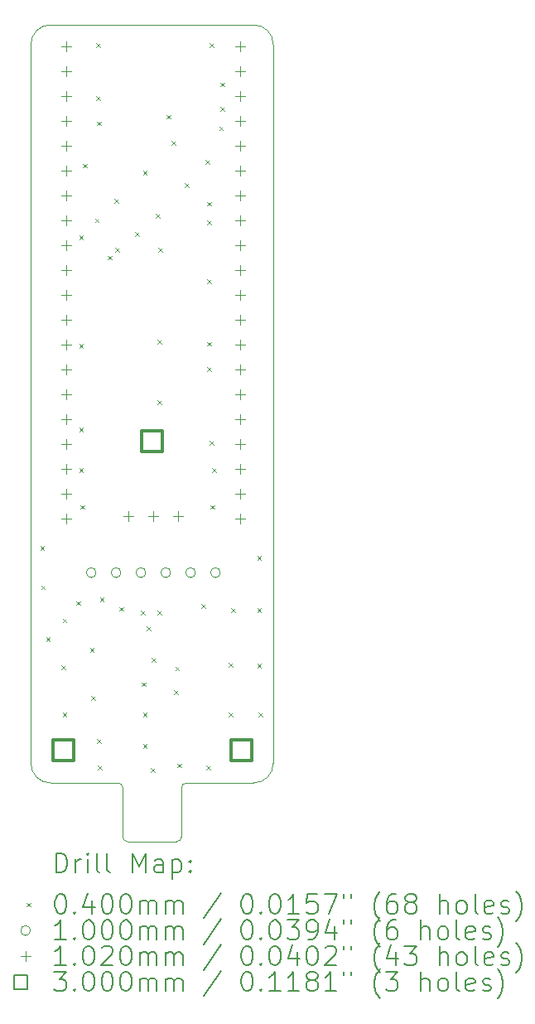
<source format=gbr>
%TF.GenerationSoftware,KiCad,Pcbnew,8.0.6-8.0.6-0~ubuntu22.04.1*%
%TF.CreationDate,2024-11-07T23:46:59-08:00*%
%TF.ProjectId,gbvideo_breakout,67627669-6465-46f5-9f62-7265616b6f75,rev?*%
%TF.SameCoordinates,Original*%
%TF.FileFunction,Drillmap*%
%TF.FilePolarity,Positive*%
%FSLAX45Y45*%
G04 Gerber Fmt 4.5, Leading zero omitted, Abs format (unit mm)*
G04 Created by KiCad (PCBNEW 8.0.6-8.0.6-0~ubuntu22.04.1) date 2024-11-07 23:46:59*
%MOMM*%
%LPD*%
G01*
G04 APERTURE LIST*
%ADD10C,0.100000*%
%ADD11C,0.200000*%
%ADD12C,0.102000*%
%ADD13C,0.300000*%
G04 APERTURE END LIST*
D10*
X15773400Y-12068200D02*
G75*
G02*
X15573400Y-12268200I-200000J0D01*
G01*
X15573400Y-4521200D02*
G75*
G02*
X15773400Y-4721200I0J-200000D01*
G01*
X13295400Y-4721200D02*
G75*
G02*
X13495400Y-4521200I200000J0D01*
G01*
X13495400Y-12268200D02*
G75*
G02*
X13295400Y-12068200I0J200000D01*
G01*
X13495400Y-4521200D02*
X15573400Y-4521200D01*
X13495400Y-12268200D02*
X14184400Y-12268200D01*
X15773400Y-12068200D02*
X15773400Y-4721200D01*
X14884400Y-12268200D02*
X15573400Y-12268200D01*
X14284400Y-12868200D02*
G75*
G02*
X14234400Y-12818200I0J50000D01*
G01*
X14284400Y-12868200D02*
X14784400Y-12868200D01*
X14184400Y-12268200D02*
G75*
G02*
X14234400Y-12318200I0J-50000D01*
G01*
X14834400Y-12818200D02*
X14834400Y-12318200D01*
X14834400Y-12818200D02*
G75*
G02*
X14784400Y-12868200I-50000J0D01*
G01*
X14234400Y-12818200D02*
X14234400Y-12318200D01*
X14834400Y-12318200D02*
G75*
G02*
X14884400Y-12268200I50000J0D01*
G01*
X13295400Y-12068200D02*
X13295400Y-4721200D01*
D11*
D10*
X13390000Y-9850000D02*
X13430000Y-9890000D01*
X13430000Y-9850000D02*
X13390000Y-9890000D01*
X13400000Y-10250000D02*
X13440000Y-10290000D01*
X13440000Y-10250000D02*
X13400000Y-10290000D01*
X13450000Y-10780000D02*
X13490000Y-10820000D01*
X13490000Y-10780000D02*
X13450000Y-10820000D01*
X13610000Y-11070000D02*
X13650000Y-11110000D01*
X13650000Y-11070000D02*
X13610000Y-11110000D01*
X13620000Y-10590000D02*
X13660000Y-10630000D01*
X13660000Y-10590000D02*
X13620000Y-10630000D01*
X13620000Y-11550000D02*
X13660000Y-11590000D01*
X13660000Y-11550000D02*
X13620000Y-11590000D01*
X13760000Y-10410000D02*
X13800000Y-10450000D01*
X13800000Y-10410000D02*
X13760000Y-10450000D01*
X13790000Y-6670000D02*
X13830000Y-6710000D01*
X13830000Y-6670000D02*
X13790000Y-6710000D01*
X13790000Y-7780000D02*
X13830000Y-7820000D01*
X13830000Y-7780000D02*
X13790000Y-7820000D01*
X13790000Y-8640000D02*
X13830000Y-8680000D01*
X13830000Y-8640000D02*
X13790000Y-8680000D01*
X13790000Y-9050000D02*
X13830000Y-9090000D01*
X13830000Y-9050000D02*
X13790000Y-9090000D01*
X13800000Y-9430000D02*
X13840000Y-9470000D01*
X13840000Y-9430000D02*
X13800000Y-9470000D01*
X13830000Y-5940000D02*
X13870000Y-5980000D01*
X13870000Y-5940000D02*
X13830000Y-5980000D01*
X13900000Y-10890000D02*
X13940000Y-10930000D01*
X13940000Y-10890000D02*
X13900000Y-10930000D01*
X13910000Y-11380000D02*
X13950000Y-11420000D01*
X13950000Y-11380000D02*
X13910000Y-11420000D01*
X13950000Y-6500000D02*
X13990000Y-6540000D01*
X13990000Y-6500000D02*
X13950000Y-6540000D01*
X13960000Y-4710000D02*
X14000000Y-4750000D01*
X14000000Y-4710000D02*
X13960000Y-4750000D01*
X13960000Y-5250000D02*
X14000000Y-5290000D01*
X14000000Y-5250000D02*
X13960000Y-5290000D01*
X13970000Y-5510000D02*
X14010000Y-5550000D01*
X14010000Y-5510000D02*
X13970000Y-5550000D01*
X13970000Y-11820000D02*
X14010000Y-11860000D01*
X14010000Y-11820000D02*
X13970000Y-11860000D01*
X13980000Y-12090000D02*
X14020000Y-12130000D01*
X14020000Y-12090000D02*
X13980000Y-12130000D01*
X14000000Y-10370000D02*
X14040000Y-10410000D01*
X14040000Y-10370000D02*
X14000000Y-10410000D01*
X14080000Y-6880000D02*
X14120000Y-6920000D01*
X14120000Y-6880000D02*
X14080000Y-6920000D01*
X14150000Y-6300000D02*
X14190000Y-6340000D01*
X14190000Y-6300000D02*
X14150000Y-6340000D01*
X14160000Y-6800000D02*
X14200000Y-6840000D01*
X14200000Y-6800000D02*
X14160000Y-6840000D01*
X14200000Y-10470000D02*
X14240000Y-10510000D01*
X14240000Y-10470000D02*
X14200000Y-10510000D01*
X14360000Y-6640000D02*
X14400000Y-6680000D01*
X14400000Y-6640000D02*
X14360000Y-6680000D01*
X14420000Y-10510000D02*
X14460000Y-10550000D01*
X14460000Y-10510000D02*
X14420000Y-10550000D01*
X14430000Y-11240000D02*
X14470000Y-11280000D01*
X14470000Y-11240000D02*
X14430000Y-11280000D01*
X14440000Y-6010000D02*
X14480000Y-6050000D01*
X14480000Y-6010000D02*
X14440000Y-6050000D01*
X14440000Y-11550000D02*
X14480000Y-11590000D01*
X14480000Y-11550000D02*
X14440000Y-11590000D01*
X14440000Y-11870000D02*
X14480000Y-11910000D01*
X14480000Y-11870000D02*
X14440000Y-11910000D01*
X14480000Y-10670000D02*
X14520000Y-10710000D01*
X14520000Y-10670000D02*
X14480000Y-10710000D01*
X14520000Y-12120000D02*
X14560000Y-12160000D01*
X14560000Y-12120000D02*
X14520000Y-12160000D01*
X14530000Y-10990000D02*
X14570000Y-11030000D01*
X14570000Y-10990000D02*
X14530000Y-11030000D01*
X14570000Y-6450000D02*
X14610000Y-6490000D01*
X14610000Y-6450000D02*
X14570000Y-6490000D01*
X14590000Y-7740000D02*
X14630000Y-7780000D01*
X14630000Y-7740000D02*
X14590000Y-7780000D01*
X14590000Y-8360000D02*
X14630000Y-8400000D01*
X14630000Y-8360000D02*
X14590000Y-8400000D01*
X14590000Y-10510000D02*
X14630000Y-10550000D01*
X14630000Y-10510000D02*
X14590000Y-10550000D01*
X14600000Y-6800000D02*
X14640000Y-6840000D01*
X14640000Y-6800000D02*
X14600000Y-6840000D01*
X14680000Y-5440000D02*
X14720000Y-5480000D01*
X14720000Y-5440000D02*
X14680000Y-5480000D01*
X14730000Y-5710000D02*
X14770000Y-5750000D01*
X14770000Y-5710000D02*
X14730000Y-5750000D01*
X14760000Y-11320000D02*
X14800000Y-11360000D01*
X14800000Y-11320000D02*
X14760000Y-11360000D01*
X14770000Y-11080000D02*
X14810000Y-11120000D01*
X14810000Y-11080000D02*
X14770000Y-11120000D01*
X14790000Y-12070000D02*
X14830000Y-12110000D01*
X14830000Y-12070000D02*
X14790000Y-12110000D01*
X14870000Y-6140000D02*
X14910000Y-6180000D01*
X14910000Y-6140000D02*
X14870000Y-6180000D01*
X15040000Y-10440000D02*
X15080000Y-10480000D01*
X15080000Y-10440000D02*
X15040000Y-10480000D01*
X15080000Y-5900000D02*
X15120000Y-5940000D01*
X15120000Y-5900000D02*
X15080000Y-5940000D01*
X15090000Y-12090000D02*
X15130000Y-12130000D01*
X15130000Y-12090000D02*
X15090000Y-12130000D01*
X15100000Y-6330000D02*
X15140000Y-6370000D01*
X15140000Y-6330000D02*
X15100000Y-6370000D01*
X15100000Y-6520000D02*
X15140000Y-6560000D01*
X15140000Y-6520000D02*
X15100000Y-6560000D01*
X15100000Y-7120000D02*
X15140000Y-7160000D01*
X15140000Y-7120000D02*
X15100000Y-7160000D01*
X15100000Y-7760000D02*
X15140000Y-7800000D01*
X15140000Y-7760000D02*
X15100000Y-7800000D01*
X15100000Y-8020000D02*
X15140000Y-8060000D01*
X15140000Y-8020000D02*
X15100000Y-8060000D01*
X15120000Y-4710000D02*
X15160000Y-4750000D01*
X15160000Y-4710000D02*
X15120000Y-4750000D01*
X15120000Y-8770000D02*
X15160000Y-8810000D01*
X15160000Y-8770000D02*
X15120000Y-8810000D01*
X15130000Y-9430000D02*
X15170000Y-9470000D01*
X15170000Y-9430000D02*
X15130000Y-9470000D01*
X15150000Y-9050000D02*
X15190000Y-9090000D01*
X15190000Y-9050000D02*
X15150000Y-9090000D01*
X15220000Y-5560000D02*
X15260000Y-5600000D01*
X15260000Y-5560000D02*
X15220000Y-5600000D01*
X15230000Y-5110000D02*
X15270000Y-5150000D01*
X15270000Y-5110000D02*
X15230000Y-5150000D01*
X15230000Y-5360000D02*
X15270000Y-5400000D01*
X15270000Y-5360000D02*
X15230000Y-5400000D01*
X15320000Y-11040000D02*
X15360000Y-11080000D01*
X15360000Y-11040000D02*
X15320000Y-11080000D01*
X15320000Y-11550000D02*
X15360000Y-11590000D01*
X15360000Y-11550000D02*
X15320000Y-11590000D01*
X15340000Y-10480000D02*
X15380000Y-10520000D01*
X15380000Y-10480000D02*
X15340000Y-10520000D01*
X15610000Y-9950000D02*
X15650000Y-9990000D01*
X15650000Y-9950000D02*
X15610000Y-9990000D01*
X15610000Y-10480000D02*
X15650000Y-10520000D01*
X15650000Y-10480000D02*
X15610000Y-10520000D01*
X15610000Y-11050000D02*
X15650000Y-11090000D01*
X15650000Y-11050000D02*
X15610000Y-11090000D01*
X15620000Y-11550000D02*
X15660000Y-11590000D01*
X15660000Y-11550000D02*
X15620000Y-11590000D01*
X13962160Y-10119800D02*
G75*
G02*
X13862160Y-10119800I-50000J0D01*
G01*
X13862160Y-10119800D02*
G75*
G02*
X13962160Y-10119800I50000J0D01*
G01*
X14216160Y-10119800D02*
G75*
G02*
X14116160Y-10119800I-50000J0D01*
G01*
X14116160Y-10119800D02*
G75*
G02*
X14216160Y-10119800I50000J0D01*
G01*
X14470160Y-10119800D02*
G75*
G02*
X14370160Y-10119800I-50000J0D01*
G01*
X14370160Y-10119800D02*
G75*
G02*
X14470160Y-10119800I50000J0D01*
G01*
X14724160Y-10119800D02*
G75*
G02*
X14624160Y-10119800I-50000J0D01*
G01*
X14624160Y-10119800D02*
G75*
G02*
X14724160Y-10119800I50000J0D01*
G01*
X14978160Y-10119800D02*
G75*
G02*
X14878160Y-10119800I-50000J0D01*
G01*
X14878160Y-10119800D02*
G75*
G02*
X14978160Y-10119800I50000J0D01*
G01*
X15232160Y-10119800D02*
G75*
G02*
X15132160Y-10119800I-50000J0D01*
G01*
X15132160Y-10119800D02*
G75*
G02*
X15232160Y-10119800I50000J0D01*
G01*
D12*
X13657548Y-4691180D02*
X13657548Y-4793180D01*
X13606548Y-4742180D02*
X13708548Y-4742180D01*
X13657548Y-4945180D02*
X13657548Y-5047180D01*
X13606548Y-4996180D02*
X13708548Y-4996180D01*
X13657548Y-5199180D02*
X13657548Y-5301180D01*
X13606548Y-5250180D02*
X13708548Y-5250180D01*
X13657548Y-5453180D02*
X13657548Y-5555180D01*
X13606548Y-5504180D02*
X13708548Y-5504180D01*
X13657548Y-5707180D02*
X13657548Y-5809180D01*
X13606548Y-5758180D02*
X13708548Y-5758180D01*
X13657548Y-5961180D02*
X13657548Y-6063180D01*
X13606548Y-6012180D02*
X13708548Y-6012180D01*
X13657548Y-6215180D02*
X13657548Y-6317180D01*
X13606548Y-6266180D02*
X13708548Y-6266180D01*
X13657548Y-6469180D02*
X13657548Y-6571180D01*
X13606548Y-6520180D02*
X13708548Y-6520180D01*
X13657548Y-6723180D02*
X13657548Y-6825180D01*
X13606548Y-6774180D02*
X13708548Y-6774180D01*
X13657548Y-6977180D02*
X13657548Y-7079180D01*
X13606548Y-7028180D02*
X13708548Y-7028180D01*
X13657548Y-7231180D02*
X13657548Y-7333180D01*
X13606548Y-7282180D02*
X13708548Y-7282180D01*
X13657548Y-7485180D02*
X13657548Y-7587180D01*
X13606548Y-7536180D02*
X13708548Y-7536180D01*
X13657548Y-7739180D02*
X13657548Y-7841180D01*
X13606548Y-7790180D02*
X13708548Y-7790180D01*
X13657548Y-7993180D02*
X13657548Y-8095180D01*
X13606548Y-8044180D02*
X13708548Y-8044180D01*
X13657548Y-8247180D02*
X13657548Y-8349180D01*
X13606548Y-8298180D02*
X13708548Y-8298180D01*
X13657548Y-8501180D02*
X13657548Y-8603180D01*
X13606548Y-8552180D02*
X13708548Y-8552180D01*
X13657548Y-8755180D02*
X13657548Y-8857180D01*
X13606548Y-8806180D02*
X13708548Y-8806180D01*
X13657548Y-9009180D02*
X13657548Y-9111180D01*
X13606548Y-9060180D02*
X13708548Y-9060180D01*
X13657548Y-9263180D02*
X13657548Y-9365180D01*
X13606548Y-9314180D02*
X13708548Y-9314180D01*
X13657548Y-9517180D02*
X13657548Y-9619180D01*
X13606548Y-9568180D02*
X13708548Y-9568180D01*
X14292548Y-9494180D02*
X14292548Y-9596180D01*
X14241548Y-9545180D02*
X14343548Y-9545180D01*
X14546548Y-9494180D02*
X14546548Y-9596180D01*
X14495548Y-9545180D02*
X14597548Y-9545180D01*
X14800548Y-9494180D02*
X14800548Y-9596180D01*
X14749548Y-9545180D02*
X14851548Y-9545180D01*
X15435548Y-4691180D02*
X15435548Y-4793180D01*
X15384548Y-4742180D02*
X15486548Y-4742180D01*
X15435548Y-4945180D02*
X15435548Y-5047180D01*
X15384548Y-4996180D02*
X15486548Y-4996180D01*
X15435548Y-5199180D02*
X15435548Y-5301180D01*
X15384548Y-5250180D02*
X15486548Y-5250180D01*
X15435548Y-5453180D02*
X15435548Y-5555180D01*
X15384548Y-5504180D02*
X15486548Y-5504180D01*
X15435548Y-5707180D02*
X15435548Y-5809180D01*
X15384548Y-5758180D02*
X15486548Y-5758180D01*
X15435548Y-5961180D02*
X15435548Y-6063180D01*
X15384548Y-6012180D02*
X15486548Y-6012180D01*
X15435548Y-6215180D02*
X15435548Y-6317180D01*
X15384548Y-6266180D02*
X15486548Y-6266180D01*
X15435548Y-6469180D02*
X15435548Y-6571180D01*
X15384548Y-6520180D02*
X15486548Y-6520180D01*
X15435548Y-6723180D02*
X15435548Y-6825180D01*
X15384548Y-6774180D02*
X15486548Y-6774180D01*
X15435548Y-6977180D02*
X15435548Y-7079180D01*
X15384548Y-7028180D02*
X15486548Y-7028180D01*
X15435548Y-7231180D02*
X15435548Y-7333180D01*
X15384548Y-7282180D02*
X15486548Y-7282180D01*
X15435548Y-7485180D02*
X15435548Y-7587180D01*
X15384548Y-7536180D02*
X15486548Y-7536180D01*
X15435548Y-7739180D02*
X15435548Y-7841180D01*
X15384548Y-7790180D02*
X15486548Y-7790180D01*
X15435548Y-7993180D02*
X15435548Y-8095180D01*
X15384548Y-8044180D02*
X15486548Y-8044180D01*
X15435548Y-8247180D02*
X15435548Y-8349180D01*
X15384548Y-8298180D02*
X15486548Y-8298180D01*
X15435548Y-8501180D02*
X15435548Y-8603180D01*
X15384548Y-8552180D02*
X15486548Y-8552180D01*
X15435548Y-8755180D02*
X15435548Y-8857180D01*
X15384548Y-8806180D02*
X15486548Y-8806180D01*
X15435548Y-9009180D02*
X15435548Y-9111180D01*
X15384548Y-9060180D02*
X15486548Y-9060180D01*
X15435548Y-9263180D02*
X15435548Y-9365180D01*
X15384548Y-9314180D02*
X15486548Y-9314180D01*
X15435548Y-9517180D02*
X15435548Y-9619180D01*
X15384548Y-9568180D02*
X15486548Y-9568180D01*
D13*
X13731067Y-12043067D02*
X13731067Y-11830933D01*
X13518933Y-11830933D01*
X13518933Y-12043067D01*
X13731067Y-12043067D01*
X14640467Y-8881767D02*
X14640467Y-8669633D01*
X14428333Y-8669633D01*
X14428333Y-8881767D01*
X14640467Y-8881767D01*
X15551067Y-12041067D02*
X15551067Y-11828933D01*
X15338933Y-11828933D01*
X15338933Y-12041067D01*
X15551067Y-12041067D01*
D11*
X13551177Y-13184684D02*
X13551177Y-12984684D01*
X13551177Y-12984684D02*
X13598796Y-12984684D01*
X13598796Y-12984684D02*
X13627367Y-12994208D01*
X13627367Y-12994208D02*
X13646415Y-13013255D01*
X13646415Y-13013255D02*
X13655939Y-13032303D01*
X13655939Y-13032303D02*
X13665462Y-13070398D01*
X13665462Y-13070398D02*
X13665462Y-13098969D01*
X13665462Y-13098969D02*
X13655939Y-13137065D01*
X13655939Y-13137065D02*
X13646415Y-13156112D01*
X13646415Y-13156112D02*
X13627367Y-13175160D01*
X13627367Y-13175160D02*
X13598796Y-13184684D01*
X13598796Y-13184684D02*
X13551177Y-13184684D01*
X13751177Y-13184684D02*
X13751177Y-13051350D01*
X13751177Y-13089446D02*
X13760701Y-13070398D01*
X13760701Y-13070398D02*
X13770224Y-13060874D01*
X13770224Y-13060874D02*
X13789272Y-13051350D01*
X13789272Y-13051350D02*
X13808320Y-13051350D01*
X13874986Y-13184684D02*
X13874986Y-13051350D01*
X13874986Y-12984684D02*
X13865462Y-12994208D01*
X13865462Y-12994208D02*
X13874986Y-13003731D01*
X13874986Y-13003731D02*
X13884510Y-12994208D01*
X13884510Y-12994208D02*
X13874986Y-12984684D01*
X13874986Y-12984684D02*
X13874986Y-13003731D01*
X13998796Y-13184684D02*
X13979748Y-13175160D01*
X13979748Y-13175160D02*
X13970224Y-13156112D01*
X13970224Y-13156112D02*
X13970224Y-12984684D01*
X14103558Y-13184684D02*
X14084510Y-13175160D01*
X14084510Y-13175160D02*
X14074986Y-13156112D01*
X14074986Y-13156112D02*
X14074986Y-12984684D01*
X14332129Y-13184684D02*
X14332129Y-12984684D01*
X14332129Y-12984684D02*
X14398796Y-13127541D01*
X14398796Y-13127541D02*
X14465462Y-12984684D01*
X14465462Y-12984684D02*
X14465462Y-13184684D01*
X14646415Y-13184684D02*
X14646415Y-13079922D01*
X14646415Y-13079922D02*
X14636891Y-13060874D01*
X14636891Y-13060874D02*
X14617843Y-13051350D01*
X14617843Y-13051350D02*
X14579748Y-13051350D01*
X14579748Y-13051350D02*
X14560701Y-13060874D01*
X14646415Y-13175160D02*
X14627367Y-13184684D01*
X14627367Y-13184684D02*
X14579748Y-13184684D01*
X14579748Y-13184684D02*
X14560701Y-13175160D01*
X14560701Y-13175160D02*
X14551177Y-13156112D01*
X14551177Y-13156112D02*
X14551177Y-13137065D01*
X14551177Y-13137065D02*
X14560701Y-13118017D01*
X14560701Y-13118017D02*
X14579748Y-13108493D01*
X14579748Y-13108493D02*
X14627367Y-13108493D01*
X14627367Y-13108493D02*
X14646415Y-13098969D01*
X14741653Y-13051350D02*
X14741653Y-13251350D01*
X14741653Y-13060874D02*
X14760701Y-13051350D01*
X14760701Y-13051350D02*
X14798796Y-13051350D01*
X14798796Y-13051350D02*
X14817843Y-13060874D01*
X14817843Y-13060874D02*
X14827367Y-13070398D01*
X14827367Y-13070398D02*
X14836891Y-13089446D01*
X14836891Y-13089446D02*
X14836891Y-13146588D01*
X14836891Y-13146588D02*
X14827367Y-13165636D01*
X14827367Y-13165636D02*
X14817843Y-13175160D01*
X14817843Y-13175160D02*
X14798796Y-13184684D01*
X14798796Y-13184684D02*
X14760701Y-13184684D01*
X14760701Y-13184684D02*
X14741653Y-13175160D01*
X14922605Y-13165636D02*
X14932129Y-13175160D01*
X14932129Y-13175160D02*
X14922605Y-13184684D01*
X14922605Y-13184684D02*
X14913082Y-13175160D01*
X14913082Y-13175160D02*
X14922605Y-13165636D01*
X14922605Y-13165636D02*
X14922605Y-13184684D01*
X14922605Y-13060874D02*
X14932129Y-13070398D01*
X14932129Y-13070398D02*
X14922605Y-13079922D01*
X14922605Y-13079922D02*
X14913082Y-13070398D01*
X14913082Y-13070398D02*
X14922605Y-13060874D01*
X14922605Y-13060874D02*
X14922605Y-13079922D01*
D10*
X13250400Y-13493200D02*
X13290400Y-13533200D01*
X13290400Y-13493200D02*
X13250400Y-13533200D01*
D11*
X13589272Y-13404684D02*
X13608320Y-13404684D01*
X13608320Y-13404684D02*
X13627367Y-13414208D01*
X13627367Y-13414208D02*
X13636891Y-13423731D01*
X13636891Y-13423731D02*
X13646415Y-13442779D01*
X13646415Y-13442779D02*
X13655939Y-13480874D01*
X13655939Y-13480874D02*
X13655939Y-13528493D01*
X13655939Y-13528493D02*
X13646415Y-13566588D01*
X13646415Y-13566588D02*
X13636891Y-13585636D01*
X13636891Y-13585636D02*
X13627367Y-13595160D01*
X13627367Y-13595160D02*
X13608320Y-13604684D01*
X13608320Y-13604684D02*
X13589272Y-13604684D01*
X13589272Y-13604684D02*
X13570224Y-13595160D01*
X13570224Y-13595160D02*
X13560701Y-13585636D01*
X13560701Y-13585636D02*
X13551177Y-13566588D01*
X13551177Y-13566588D02*
X13541653Y-13528493D01*
X13541653Y-13528493D02*
X13541653Y-13480874D01*
X13541653Y-13480874D02*
X13551177Y-13442779D01*
X13551177Y-13442779D02*
X13560701Y-13423731D01*
X13560701Y-13423731D02*
X13570224Y-13414208D01*
X13570224Y-13414208D02*
X13589272Y-13404684D01*
X13741653Y-13585636D02*
X13751177Y-13595160D01*
X13751177Y-13595160D02*
X13741653Y-13604684D01*
X13741653Y-13604684D02*
X13732129Y-13595160D01*
X13732129Y-13595160D02*
X13741653Y-13585636D01*
X13741653Y-13585636D02*
X13741653Y-13604684D01*
X13922605Y-13471350D02*
X13922605Y-13604684D01*
X13874986Y-13395160D02*
X13827367Y-13538017D01*
X13827367Y-13538017D02*
X13951177Y-13538017D01*
X14065462Y-13404684D02*
X14084510Y-13404684D01*
X14084510Y-13404684D02*
X14103558Y-13414208D01*
X14103558Y-13414208D02*
X14113082Y-13423731D01*
X14113082Y-13423731D02*
X14122605Y-13442779D01*
X14122605Y-13442779D02*
X14132129Y-13480874D01*
X14132129Y-13480874D02*
X14132129Y-13528493D01*
X14132129Y-13528493D02*
X14122605Y-13566588D01*
X14122605Y-13566588D02*
X14113082Y-13585636D01*
X14113082Y-13585636D02*
X14103558Y-13595160D01*
X14103558Y-13595160D02*
X14084510Y-13604684D01*
X14084510Y-13604684D02*
X14065462Y-13604684D01*
X14065462Y-13604684D02*
X14046415Y-13595160D01*
X14046415Y-13595160D02*
X14036891Y-13585636D01*
X14036891Y-13585636D02*
X14027367Y-13566588D01*
X14027367Y-13566588D02*
X14017843Y-13528493D01*
X14017843Y-13528493D02*
X14017843Y-13480874D01*
X14017843Y-13480874D02*
X14027367Y-13442779D01*
X14027367Y-13442779D02*
X14036891Y-13423731D01*
X14036891Y-13423731D02*
X14046415Y-13414208D01*
X14046415Y-13414208D02*
X14065462Y-13404684D01*
X14255939Y-13404684D02*
X14274986Y-13404684D01*
X14274986Y-13404684D02*
X14294034Y-13414208D01*
X14294034Y-13414208D02*
X14303558Y-13423731D01*
X14303558Y-13423731D02*
X14313082Y-13442779D01*
X14313082Y-13442779D02*
X14322605Y-13480874D01*
X14322605Y-13480874D02*
X14322605Y-13528493D01*
X14322605Y-13528493D02*
X14313082Y-13566588D01*
X14313082Y-13566588D02*
X14303558Y-13585636D01*
X14303558Y-13585636D02*
X14294034Y-13595160D01*
X14294034Y-13595160D02*
X14274986Y-13604684D01*
X14274986Y-13604684D02*
X14255939Y-13604684D01*
X14255939Y-13604684D02*
X14236891Y-13595160D01*
X14236891Y-13595160D02*
X14227367Y-13585636D01*
X14227367Y-13585636D02*
X14217843Y-13566588D01*
X14217843Y-13566588D02*
X14208320Y-13528493D01*
X14208320Y-13528493D02*
X14208320Y-13480874D01*
X14208320Y-13480874D02*
X14217843Y-13442779D01*
X14217843Y-13442779D02*
X14227367Y-13423731D01*
X14227367Y-13423731D02*
X14236891Y-13414208D01*
X14236891Y-13414208D02*
X14255939Y-13404684D01*
X14408320Y-13604684D02*
X14408320Y-13471350D01*
X14408320Y-13490398D02*
X14417843Y-13480874D01*
X14417843Y-13480874D02*
X14436891Y-13471350D01*
X14436891Y-13471350D02*
X14465463Y-13471350D01*
X14465463Y-13471350D02*
X14484510Y-13480874D01*
X14484510Y-13480874D02*
X14494034Y-13499922D01*
X14494034Y-13499922D02*
X14494034Y-13604684D01*
X14494034Y-13499922D02*
X14503558Y-13480874D01*
X14503558Y-13480874D02*
X14522605Y-13471350D01*
X14522605Y-13471350D02*
X14551177Y-13471350D01*
X14551177Y-13471350D02*
X14570224Y-13480874D01*
X14570224Y-13480874D02*
X14579748Y-13499922D01*
X14579748Y-13499922D02*
X14579748Y-13604684D01*
X14674986Y-13604684D02*
X14674986Y-13471350D01*
X14674986Y-13490398D02*
X14684510Y-13480874D01*
X14684510Y-13480874D02*
X14703558Y-13471350D01*
X14703558Y-13471350D02*
X14732129Y-13471350D01*
X14732129Y-13471350D02*
X14751177Y-13480874D01*
X14751177Y-13480874D02*
X14760701Y-13499922D01*
X14760701Y-13499922D02*
X14760701Y-13604684D01*
X14760701Y-13499922D02*
X14770224Y-13480874D01*
X14770224Y-13480874D02*
X14789272Y-13471350D01*
X14789272Y-13471350D02*
X14817843Y-13471350D01*
X14817843Y-13471350D02*
X14836891Y-13480874D01*
X14836891Y-13480874D02*
X14846415Y-13499922D01*
X14846415Y-13499922D02*
X14846415Y-13604684D01*
X15236891Y-13395160D02*
X15065463Y-13652303D01*
X15494034Y-13404684D02*
X15513082Y-13404684D01*
X15513082Y-13404684D02*
X15532129Y-13414208D01*
X15532129Y-13414208D02*
X15541653Y-13423731D01*
X15541653Y-13423731D02*
X15551177Y-13442779D01*
X15551177Y-13442779D02*
X15560701Y-13480874D01*
X15560701Y-13480874D02*
X15560701Y-13528493D01*
X15560701Y-13528493D02*
X15551177Y-13566588D01*
X15551177Y-13566588D02*
X15541653Y-13585636D01*
X15541653Y-13585636D02*
X15532129Y-13595160D01*
X15532129Y-13595160D02*
X15513082Y-13604684D01*
X15513082Y-13604684D02*
X15494034Y-13604684D01*
X15494034Y-13604684D02*
X15474986Y-13595160D01*
X15474986Y-13595160D02*
X15465463Y-13585636D01*
X15465463Y-13585636D02*
X15455939Y-13566588D01*
X15455939Y-13566588D02*
X15446415Y-13528493D01*
X15446415Y-13528493D02*
X15446415Y-13480874D01*
X15446415Y-13480874D02*
X15455939Y-13442779D01*
X15455939Y-13442779D02*
X15465463Y-13423731D01*
X15465463Y-13423731D02*
X15474986Y-13414208D01*
X15474986Y-13414208D02*
X15494034Y-13404684D01*
X15646415Y-13585636D02*
X15655939Y-13595160D01*
X15655939Y-13595160D02*
X15646415Y-13604684D01*
X15646415Y-13604684D02*
X15636891Y-13595160D01*
X15636891Y-13595160D02*
X15646415Y-13585636D01*
X15646415Y-13585636D02*
X15646415Y-13604684D01*
X15779748Y-13404684D02*
X15798796Y-13404684D01*
X15798796Y-13404684D02*
X15817844Y-13414208D01*
X15817844Y-13414208D02*
X15827367Y-13423731D01*
X15827367Y-13423731D02*
X15836891Y-13442779D01*
X15836891Y-13442779D02*
X15846415Y-13480874D01*
X15846415Y-13480874D02*
X15846415Y-13528493D01*
X15846415Y-13528493D02*
X15836891Y-13566588D01*
X15836891Y-13566588D02*
X15827367Y-13585636D01*
X15827367Y-13585636D02*
X15817844Y-13595160D01*
X15817844Y-13595160D02*
X15798796Y-13604684D01*
X15798796Y-13604684D02*
X15779748Y-13604684D01*
X15779748Y-13604684D02*
X15760701Y-13595160D01*
X15760701Y-13595160D02*
X15751177Y-13585636D01*
X15751177Y-13585636D02*
X15741653Y-13566588D01*
X15741653Y-13566588D02*
X15732129Y-13528493D01*
X15732129Y-13528493D02*
X15732129Y-13480874D01*
X15732129Y-13480874D02*
X15741653Y-13442779D01*
X15741653Y-13442779D02*
X15751177Y-13423731D01*
X15751177Y-13423731D02*
X15760701Y-13414208D01*
X15760701Y-13414208D02*
X15779748Y-13404684D01*
X16036891Y-13604684D02*
X15922606Y-13604684D01*
X15979748Y-13604684D02*
X15979748Y-13404684D01*
X15979748Y-13404684D02*
X15960701Y-13433255D01*
X15960701Y-13433255D02*
X15941653Y-13452303D01*
X15941653Y-13452303D02*
X15922606Y-13461827D01*
X16217844Y-13404684D02*
X16122606Y-13404684D01*
X16122606Y-13404684D02*
X16113082Y-13499922D01*
X16113082Y-13499922D02*
X16122606Y-13490398D01*
X16122606Y-13490398D02*
X16141653Y-13480874D01*
X16141653Y-13480874D02*
X16189272Y-13480874D01*
X16189272Y-13480874D02*
X16208320Y-13490398D01*
X16208320Y-13490398D02*
X16217844Y-13499922D01*
X16217844Y-13499922D02*
X16227367Y-13518969D01*
X16227367Y-13518969D02*
X16227367Y-13566588D01*
X16227367Y-13566588D02*
X16217844Y-13585636D01*
X16217844Y-13585636D02*
X16208320Y-13595160D01*
X16208320Y-13595160D02*
X16189272Y-13604684D01*
X16189272Y-13604684D02*
X16141653Y-13604684D01*
X16141653Y-13604684D02*
X16122606Y-13595160D01*
X16122606Y-13595160D02*
X16113082Y-13585636D01*
X16294034Y-13404684D02*
X16427367Y-13404684D01*
X16427367Y-13404684D02*
X16341653Y-13604684D01*
X16494034Y-13404684D02*
X16494034Y-13442779D01*
X16570225Y-13404684D02*
X16570225Y-13442779D01*
X16865463Y-13680874D02*
X16855939Y-13671350D01*
X16855939Y-13671350D02*
X16836891Y-13642779D01*
X16836891Y-13642779D02*
X16827368Y-13623731D01*
X16827368Y-13623731D02*
X16817844Y-13595160D01*
X16817844Y-13595160D02*
X16808320Y-13547541D01*
X16808320Y-13547541D02*
X16808320Y-13509446D01*
X16808320Y-13509446D02*
X16817844Y-13461827D01*
X16817844Y-13461827D02*
X16827368Y-13433255D01*
X16827368Y-13433255D02*
X16836891Y-13414208D01*
X16836891Y-13414208D02*
X16855939Y-13385636D01*
X16855939Y-13385636D02*
X16865463Y-13376112D01*
X17027368Y-13404684D02*
X16989272Y-13404684D01*
X16989272Y-13404684D02*
X16970225Y-13414208D01*
X16970225Y-13414208D02*
X16960701Y-13423731D01*
X16960701Y-13423731D02*
X16941653Y-13452303D01*
X16941653Y-13452303D02*
X16932130Y-13490398D01*
X16932130Y-13490398D02*
X16932130Y-13566588D01*
X16932130Y-13566588D02*
X16941653Y-13585636D01*
X16941653Y-13585636D02*
X16951177Y-13595160D01*
X16951177Y-13595160D02*
X16970225Y-13604684D01*
X16970225Y-13604684D02*
X17008320Y-13604684D01*
X17008320Y-13604684D02*
X17027368Y-13595160D01*
X17027368Y-13595160D02*
X17036891Y-13585636D01*
X17036891Y-13585636D02*
X17046415Y-13566588D01*
X17046415Y-13566588D02*
X17046415Y-13518969D01*
X17046415Y-13518969D02*
X17036891Y-13499922D01*
X17036891Y-13499922D02*
X17027368Y-13490398D01*
X17027368Y-13490398D02*
X17008320Y-13480874D01*
X17008320Y-13480874D02*
X16970225Y-13480874D01*
X16970225Y-13480874D02*
X16951177Y-13490398D01*
X16951177Y-13490398D02*
X16941653Y-13499922D01*
X16941653Y-13499922D02*
X16932130Y-13518969D01*
X17160701Y-13490398D02*
X17141653Y-13480874D01*
X17141653Y-13480874D02*
X17132130Y-13471350D01*
X17132130Y-13471350D02*
X17122606Y-13452303D01*
X17122606Y-13452303D02*
X17122606Y-13442779D01*
X17122606Y-13442779D02*
X17132130Y-13423731D01*
X17132130Y-13423731D02*
X17141653Y-13414208D01*
X17141653Y-13414208D02*
X17160701Y-13404684D01*
X17160701Y-13404684D02*
X17198796Y-13404684D01*
X17198796Y-13404684D02*
X17217844Y-13414208D01*
X17217844Y-13414208D02*
X17227368Y-13423731D01*
X17227368Y-13423731D02*
X17236891Y-13442779D01*
X17236891Y-13442779D02*
X17236891Y-13452303D01*
X17236891Y-13452303D02*
X17227368Y-13471350D01*
X17227368Y-13471350D02*
X17217844Y-13480874D01*
X17217844Y-13480874D02*
X17198796Y-13490398D01*
X17198796Y-13490398D02*
X17160701Y-13490398D01*
X17160701Y-13490398D02*
X17141653Y-13499922D01*
X17141653Y-13499922D02*
X17132130Y-13509446D01*
X17132130Y-13509446D02*
X17122606Y-13528493D01*
X17122606Y-13528493D02*
X17122606Y-13566588D01*
X17122606Y-13566588D02*
X17132130Y-13585636D01*
X17132130Y-13585636D02*
X17141653Y-13595160D01*
X17141653Y-13595160D02*
X17160701Y-13604684D01*
X17160701Y-13604684D02*
X17198796Y-13604684D01*
X17198796Y-13604684D02*
X17217844Y-13595160D01*
X17217844Y-13595160D02*
X17227368Y-13585636D01*
X17227368Y-13585636D02*
X17236891Y-13566588D01*
X17236891Y-13566588D02*
X17236891Y-13528493D01*
X17236891Y-13528493D02*
X17227368Y-13509446D01*
X17227368Y-13509446D02*
X17217844Y-13499922D01*
X17217844Y-13499922D02*
X17198796Y-13490398D01*
X17474987Y-13604684D02*
X17474987Y-13404684D01*
X17560701Y-13604684D02*
X17560701Y-13499922D01*
X17560701Y-13499922D02*
X17551177Y-13480874D01*
X17551177Y-13480874D02*
X17532130Y-13471350D01*
X17532130Y-13471350D02*
X17503558Y-13471350D01*
X17503558Y-13471350D02*
X17484511Y-13480874D01*
X17484511Y-13480874D02*
X17474987Y-13490398D01*
X17684511Y-13604684D02*
X17665463Y-13595160D01*
X17665463Y-13595160D02*
X17655939Y-13585636D01*
X17655939Y-13585636D02*
X17646415Y-13566588D01*
X17646415Y-13566588D02*
X17646415Y-13509446D01*
X17646415Y-13509446D02*
X17655939Y-13490398D01*
X17655939Y-13490398D02*
X17665463Y-13480874D01*
X17665463Y-13480874D02*
X17684511Y-13471350D01*
X17684511Y-13471350D02*
X17713082Y-13471350D01*
X17713082Y-13471350D02*
X17732130Y-13480874D01*
X17732130Y-13480874D02*
X17741653Y-13490398D01*
X17741653Y-13490398D02*
X17751177Y-13509446D01*
X17751177Y-13509446D02*
X17751177Y-13566588D01*
X17751177Y-13566588D02*
X17741653Y-13585636D01*
X17741653Y-13585636D02*
X17732130Y-13595160D01*
X17732130Y-13595160D02*
X17713082Y-13604684D01*
X17713082Y-13604684D02*
X17684511Y-13604684D01*
X17865463Y-13604684D02*
X17846415Y-13595160D01*
X17846415Y-13595160D02*
X17836892Y-13576112D01*
X17836892Y-13576112D02*
X17836892Y-13404684D01*
X18017844Y-13595160D02*
X17998796Y-13604684D01*
X17998796Y-13604684D02*
X17960701Y-13604684D01*
X17960701Y-13604684D02*
X17941653Y-13595160D01*
X17941653Y-13595160D02*
X17932130Y-13576112D01*
X17932130Y-13576112D02*
X17932130Y-13499922D01*
X17932130Y-13499922D02*
X17941653Y-13480874D01*
X17941653Y-13480874D02*
X17960701Y-13471350D01*
X17960701Y-13471350D02*
X17998796Y-13471350D01*
X17998796Y-13471350D02*
X18017844Y-13480874D01*
X18017844Y-13480874D02*
X18027368Y-13499922D01*
X18027368Y-13499922D02*
X18027368Y-13518969D01*
X18027368Y-13518969D02*
X17932130Y-13538017D01*
X18103558Y-13595160D02*
X18122606Y-13604684D01*
X18122606Y-13604684D02*
X18160701Y-13604684D01*
X18160701Y-13604684D02*
X18179749Y-13595160D01*
X18179749Y-13595160D02*
X18189273Y-13576112D01*
X18189273Y-13576112D02*
X18189273Y-13566588D01*
X18189273Y-13566588D02*
X18179749Y-13547541D01*
X18179749Y-13547541D02*
X18160701Y-13538017D01*
X18160701Y-13538017D02*
X18132130Y-13538017D01*
X18132130Y-13538017D02*
X18113082Y-13528493D01*
X18113082Y-13528493D02*
X18103558Y-13509446D01*
X18103558Y-13509446D02*
X18103558Y-13499922D01*
X18103558Y-13499922D02*
X18113082Y-13480874D01*
X18113082Y-13480874D02*
X18132130Y-13471350D01*
X18132130Y-13471350D02*
X18160701Y-13471350D01*
X18160701Y-13471350D02*
X18179749Y-13480874D01*
X18255939Y-13680874D02*
X18265463Y-13671350D01*
X18265463Y-13671350D02*
X18284511Y-13642779D01*
X18284511Y-13642779D02*
X18294034Y-13623731D01*
X18294034Y-13623731D02*
X18303558Y-13595160D01*
X18303558Y-13595160D02*
X18313082Y-13547541D01*
X18313082Y-13547541D02*
X18313082Y-13509446D01*
X18313082Y-13509446D02*
X18303558Y-13461827D01*
X18303558Y-13461827D02*
X18294034Y-13433255D01*
X18294034Y-13433255D02*
X18284511Y-13414208D01*
X18284511Y-13414208D02*
X18265463Y-13385636D01*
X18265463Y-13385636D02*
X18255939Y-13376112D01*
D10*
X13290400Y-13777200D02*
G75*
G02*
X13190400Y-13777200I-50000J0D01*
G01*
X13190400Y-13777200D02*
G75*
G02*
X13290400Y-13777200I50000J0D01*
G01*
D11*
X13655939Y-13868684D02*
X13541653Y-13868684D01*
X13598796Y-13868684D02*
X13598796Y-13668684D01*
X13598796Y-13668684D02*
X13579748Y-13697255D01*
X13579748Y-13697255D02*
X13560701Y-13716303D01*
X13560701Y-13716303D02*
X13541653Y-13725827D01*
X13741653Y-13849636D02*
X13751177Y-13859160D01*
X13751177Y-13859160D02*
X13741653Y-13868684D01*
X13741653Y-13868684D02*
X13732129Y-13859160D01*
X13732129Y-13859160D02*
X13741653Y-13849636D01*
X13741653Y-13849636D02*
X13741653Y-13868684D01*
X13874986Y-13668684D02*
X13894034Y-13668684D01*
X13894034Y-13668684D02*
X13913082Y-13678208D01*
X13913082Y-13678208D02*
X13922605Y-13687731D01*
X13922605Y-13687731D02*
X13932129Y-13706779D01*
X13932129Y-13706779D02*
X13941653Y-13744874D01*
X13941653Y-13744874D02*
X13941653Y-13792493D01*
X13941653Y-13792493D02*
X13932129Y-13830588D01*
X13932129Y-13830588D02*
X13922605Y-13849636D01*
X13922605Y-13849636D02*
X13913082Y-13859160D01*
X13913082Y-13859160D02*
X13894034Y-13868684D01*
X13894034Y-13868684D02*
X13874986Y-13868684D01*
X13874986Y-13868684D02*
X13855939Y-13859160D01*
X13855939Y-13859160D02*
X13846415Y-13849636D01*
X13846415Y-13849636D02*
X13836891Y-13830588D01*
X13836891Y-13830588D02*
X13827367Y-13792493D01*
X13827367Y-13792493D02*
X13827367Y-13744874D01*
X13827367Y-13744874D02*
X13836891Y-13706779D01*
X13836891Y-13706779D02*
X13846415Y-13687731D01*
X13846415Y-13687731D02*
X13855939Y-13678208D01*
X13855939Y-13678208D02*
X13874986Y-13668684D01*
X14065462Y-13668684D02*
X14084510Y-13668684D01*
X14084510Y-13668684D02*
X14103558Y-13678208D01*
X14103558Y-13678208D02*
X14113082Y-13687731D01*
X14113082Y-13687731D02*
X14122605Y-13706779D01*
X14122605Y-13706779D02*
X14132129Y-13744874D01*
X14132129Y-13744874D02*
X14132129Y-13792493D01*
X14132129Y-13792493D02*
X14122605Y-13830588D01*
X14122605Y-13830588D02*
X14113082Y-13849636D01*
X14113082Y-13849636D02*
X14103558Y-13859160D01*
X14103558Y-13859160D02*
X14084510Y-13868684D01*
X14084510Y-13868684D02*
X14065462Y-13868684D01*
X14065462Y-13868684D02*
X14046415Y-13859160D01*
X14046415Y-13859160D02*
X14036891Y-13849636D01*
X14036891Y-13849636D02*
X14027367Y-13830588D01*
X14027367Y-13830588D02*
X14017843Y-13792493D01*
X14017843Y-13792493D02*
X14017843Y-13744874D01*
X14017843Y-13744874D02*
X14027367Y-13706779D01*
X14027367Y-13706779D02*
X14036891Y-13687731D01*
X14036891Y-13687731D02*
X14046415Y-13678208D01*
X14046415Y-13678208D02*
X14065462Y-13668684D01*
X14255939Y-13668684D02*
X14274986Y-13668684D01*
X14274986Y-13668684D02*
X14294034Y-13678208D01*
X14294034Y-13678208D02*
X14303558Y-13687731D01*
X14303558Y-13687731D02*
X14313082Y-13706779D01*
X14313082Y-13706779D02*
X14322605Y-13744874D01*
X14322605Y-13744874D02*
X14322605Y-13792493D01*
X14322605Y-13792493D02*
X14313082Y-13830588D01*
X14313082Y-13830588D02*
X14303558Y-13849636D01*
X14303558Y-13849636D02*
X14294034Y-13859160D01*
X14294034Y-13859160D02*
X14274986Y-13868684D01*
X14274986Y-13868684D02*
X14255939Y-13868684D01*
X14255939Y-13868684D02*
X14236891Y-13859160D01*
X14236891Y-13859160D02*
X14227367Y-13849636D01*
X14227367Y-13849636D02*
X14217843Y-13830588D01*
X14217843Y-13830588D02*
X14208320Y-13792493D01*
X14208320Y-13792493D02*
X14208320Y-13744874D01*
X14208320Y-13744874D02*
X14217843Y-13706779D01*
X14217843Y-13706779D02*
X14227367Y-13687731D01*
X14227367Y-13687731D02*
X14236891Y-13678208D01*
X14236891Y-13678208D02*
X14255939Y-13668684D01*
X14408320Y-13868684D02*
X14408320Y-13735350D01*
X14408320Y-13754398D02*
X14417843Y-13744874D01*
X14417843Y-13744874D02*
X14436891Y-13735350D01*
X14436891Y-13735350D02*
X14465463Y-13735350D01*
X14465463Y-13735350D02*
X14484510Y-13744874D01*
X14484510Y-13744874D02*
X14494034Y-13763922D01*
X14494034Y-13763922D02*
X14494034Y-13868684D01*
X14494034Y-13763922D02*
X14503558Y-13744874D01*
X14503558Y-13744874D02*
X14522605Y-13735350D01*
X14522605Y-13735350D02*
X14551177Y-13735350D01*
X14551177Y-13735350D02*
X14570224Y-13744874D01*
X14570224Y-13744874D02*
X14579748Y-13763922D01*
X14579748Y-13763922D02*
X14579748Y-13868684D01*
X14674986Y-13868684D02*
X14674986Y-13735350D01*
X14674986Y-13754398D02*
X14684510Y-13744874D01*
X14684510Y-13744874D02*
X14703558Y-13735350D01*
X14703558Y-13735350D02*
X14732129Y-13735350D01*
X14732129Y-13735350D02*
X14751177Y-13744874D01*
X14751177Y-13744874D02*
X14760701Y-13763922D01*
X14760701Y-13763922D02*
X14760701Y-13868684D01*
X14760701Y-13763922D02*
X14770224Y-13744874D01*
X14770224Y-13744874D02*
X14789272Y-13735350D01*
X14789272Y-13735350D02*
X14817843Y-13735350D01*
X14817843Y-13735350D02*
X14836891Y-13744874D01*
X14836891Y-13744874D02*
X14846415Y-13763922D01*
X14846415Y-13763922D02*
X14846415Y-13868684D01*
X15236891Y-13659160D02*
X15065463Y-13916303D01*
X15494034Y-13668684D02*
X15513082Y-13668684D01*
X15513082Y-13668684D02*
X15532129Y-13678208D01*
X15532129Y-13678208D02*
X15541653Y-13687731D01*
X15541653Y-13687731D02*
X15551177Y-13706779D01*
X15551177Y-13706779D02*
X15560701Y-13744874D01*
X15560701Y-13744874D02*
X15560701Y-13792493D01*
X15560701Y-13792493D02*
X15551177Y-13830588D01*
X15551177Y-13830588D02*
X15541653Y-13849636D01*
X15541653Y-13849636D02*
X15532129Y-13859160D01*
X15532129Y-13859160D02*
X15513082Y-13868684D01*
X15513082Y-13868684D02*
X15494034Y-13868684D01*
X15494034Y-13868684D02*
X15474986Y-13859160D01*
X15474986Y-13859160D02*
X15465463Y-13849636D01*
X15465463Y-13849636D02*
X15455939Y-13830588D01*
X15455939Y-13830588D02*
X15446415Y-13792493D01*
X15446415Y-13792493D02*
X15446415Y-13744874D01*
X15446415Y-13744874D02*
X15455939Y-13706779D01*
X15455939Y-13706779D02*
X15465463Y-13687731D01*
X15465463Y-13687731D02*
X15474986Y-13678208D01*
X15474986Y-13678208D02*
X15494034Y-13668684D01*
X15646415Y-13849636D02*
X15655939Y-13859160D01*
X15655939Y-13859160D02*
X15646415Y-13868684D01*
X15646415Y-13868684D02*
X15636891Y-13859160D01*
X15636891Y-13859160D02*
X15646415Y-13849636D01*
X15646415Y-13849636D02*
X15646415Y-13868684D01*
X15779748Y-13668684D02*
X15798796Y-13668684D01*
X15798796Y-13668684D02*
X15817844Y-13678208D01*
X15817844Y-13678208D02*
X15827367Y-13687731D01*
X15827367Y-13687731D02*
X15836891Y-13706779D01*
X15836891Y-13706779D02*
X15846415Y-13744874D01*
X15846415Y-13744874D02*
X15846415Y-13792493D01*
X15846415Y-13792493D02*
X15836891Y-13830588D01*
X15836891Y-13830588D02*
X15827367Y-13849636D01*
X15827367Y-13849636D02*
X15817844Y-13859160D01*
X15817844Y-13859160D02*
X15798796Y-13868684D01*
X15798796Y-13868684D02*
X15779748Y-13868684D01*
X15779748Y-13868684D02*
X15760701Y-13859160D01*
X15760701Y-13859160D02*
X15751177Y-13849636D01*
X15751177Y-13849636D02*
X15741653Y-13830588D01*
X15741653Y-13830588D02*
X15732129Y-13792493D01*
X15732129Y-13792493D02*
X15732129Y-13744874D01*
X15732129Y-13744874D02*
X15741653Y-13706779D01*
X15741653Y-13706779D02*
X15751177Y-13687731D01*
X15751177Y-13687731D02*
X15760701Y-13678208D01*
X15760701Y-13678208D02*
X15779748Y-13668684D01*
X15913082Y-13668684D02*
X16036891Y-13668684D01*
X16036891Y-13668684D02*
X15970225Y-13744874D01*
X15970225Y-13744874D02*
X15998796Y-13744874D01*
X15998796Y-13744874D02*
X16017844Y-13754398D01*
X16017844Y-13754398D02*
X16027367Y-13763922D01*
X16027367Y-13763922D02*
X16036891Y-13782969D01*
X16036891Y-13782969D02*
X16036891Y-13830588D01*
X16036891Y-13830588D02*
X16027367Y-13849636D01*
X16027367Y-13849636D02*
X16017844Y-13859160D01*
X16017844Y-13859160D02*
X15998796Y-13868684D01*
X15998796Y-13868684D02*
X15941653Y-13868684D01*
X15941653Y-13868684D02*
X15922606Y-13859160D01*
X15922606Y-13859160D02*
X15913082Y-13849636D01*
X16132129Y-13868684D02*
X16170225Y-13868684D01*
X16170225Y-13868684D02*
X16189272Y-13859160D01*
X16189272Y-13859160D02*
X16198796Y-13849636D01*
X16198796Y-13849636D02*
X16217844Y-13821065D01*
X16217844Y-13821065D02*
X16227367Y-13782969D01*
X16227367Y-13782969D02*
X16227367Y-13706779D01*
X16227367Y-13706779D02*
X16217844Y-13687731D01*
X16217844Y-13687731D02*
X16208320Y-13678208D01*
X16208320Y-13678208D02*
X16189272Y-13668684D01*
X16189272Y-13668684D02*
X16151177Y-13668684D01*
X16151177Y-13668684D02*
X16132129Y-13678208D01*
X16132129Y-13678208D02*
X16122606Y-13687731D01*
X16122606Y-13687731D02*
X16113082Y-13706779D01*
X16113082Y-13706779D02*
X16113082Y-13754398D01*
X16113082Y-13754398D02*
X16122606Y-13773446D01*
X16122606Y-13773446D02*
X16132129Y-13782969D01*
X16132129Y-13782969D02*
X16151177Y-13792493D01*
X16151177Y-13792493D02*
X16189272Y-13792493D01*
X16189272Y-13792493D02*
X16208320Y-13782969D01*
X16208320Y-13782969D02*
X16217844Y-13773446D01*
X16217844Y-13773446D02*
X16227367Y-13754398D01*
X16398796Y-13735350D02*
X16398796Y-13868684D01*
X16351177Y-13659160D02*
X16303558Y-13802017D01*
X16303558Y-13802017D02*
X16427367Y-13802017D01*
X16494034Y-13668684D02*
X16494034Y-13706779D01*
X16570225Y-13668684D02*
X16570225Y-13706779D01*
X16865463Y-13944874D02*
X16855939Y-13935350D01*
X16855939Y-13935350D02*
X16836891Y-13906779D01*
X16836891Y-13906779D02*
X16827368Y-13887731D01*
X16827368Y-13887731D02*
X16817844Y-13859160D01*
X16817844Y-13859160D02*
X16808320Y-13811541D01*
X16808320Y-13811541D02*
X16808320Y-13773446D01*
X16808320Y-13773446D02*
X16817844Y-13725827D01*
X16817844Y-13725827D02*
X16827368Y-13697255D01*
X16827368Y-13697255D02*
X16836891Y-13678208D01*
X16836891Y-13678208D02*
X16855939Y-13649636D01*
X16855939Y-13649636D02*
X16865463Y-13640112D01*
X17027368Y-13668684D02*
X16989272Y-13668684D01*
X16989272Y-13668684D02*
X16970225Y-13678208D01*
X16970225Y-13678208D02*
X16960701Y-13687731D01*
X16960701Y-13687731D02*
X16941653Y-13716303D01*
X16941653Y-13716303D02*
X16932130Y-13754398D01*
X16932130Y-13754398D02*
X16932130Y-13830588D01*
X16932130Y-13830588D02*
X16941653Y-13849636D01*
X16941653Y-13849636D02*
X16951177Y-13859160D01*
X16951177Y-13859160D02*
X16970225Y-13868684D01*
X16970225Y-13868684D02*
X17008320Y-13868684D01*
X17008320Y-13868684D02*
X17027368Y-13859160D01*
X17027368Y-13859160D02*
X17036891Y-13849636D01*
X17036891Y-13849636D02*
X17046415Y-13830588D01*
X17046415Y-13830588D02*
X17046415Y-13782969D01*
X17046415Y-13782969D02*
X17036891Y-13763922D01*
X17036891Y-13763922D02*
X17027368Y-13754398D01*
X17027368Y-13754398D02*
X17008320Y-13744874D01*
X17008320Y-13744874D02*
X16970225Y-13744874D01*
X16970225Y-13744874D02*
X16951177Y-13754398D01*
X16951177Y-13754398D02*
X16941653Y-13763922D01*
X16941653Y-13763922D02*
X16932130Y-13782969D01*
X17284511Y-13868684D02*
X17284511Y-13668684D01*
X17370225Y-13868684D02*
X17370225Y-13763922D01*
X17370225Y-13763922D02*
X17360701Y-13744874D01*
X17360701Y-13744874D02*
X17341653Y-13735350D01*
X17341653Y-13735350D02*
X17313082Y-13735350D01*
X17313082Y-13735350D02*
X17294034Y-13744874D01*
X17294034Y-13744874D02*
X17284511Y-13754398D01*
X17494034Y-13868684D02*
X17474987Y-13859160D01*
X17474987Y-13859160D02*
X17465463Y-13849636D01*
X17465463Y-13849636D02*
X17455939Y-13830588D01*
X17455939Y-13830588D02*
X17455939Y-13773446D01*
X17455939Y-13773446D02*
X17465463Y-13754398D01*
X17465463Y-13754398D02*
X17474987Y-13744874D01*
X17474987Y-13744874D02*
X17494034Y-13735350D01*
X17494034Y-13735350D02*
X17522606Y-13735350D01*
X17522606Y-13735350D02*
X17541653Y-13744874D01*
X17541653Y-13744874D02*
X17551177Y-13754398D01*
X17551177Y-13754398D02*
X17560701Y-13773446D01*
X17560701Y-13773446D02*
X17560701Y-13830588D01*
X17560701Y-13830588D02*
X17551177Y-13849636D01*
X17551177Y-13849636D02*
X17541653Y-13859160D01*
X17541653Y-13859160D02*
X17522606Y-13868684D01*
X17522606Y-13868684D02*
X17494034Y-13868684D01*
X17674987Y-13868684D02*
X17655939Y-13859160D01*
X17655939Y-13859160D02*
X17646415Y-13840112D01*
X17646415Y-13840112D02*
X17646415Y-13668684D01*
X17827368Y-13859160D02*
X17808320Y-13868684D01*
X17808320Y-13868684D02*
X17770225Y-13868684D01*
X17770225Y-13868684D02*
X17751177Y-13859160D01*
X17751177Y-13859160D02*
X17741653Y-13840112D01*
X17741653Y-13840112D02*
X17741653Y-13763922D01*
X17741653Y-13763922D02*
X17751177Y-13744874D01*
X17751177Y-13744874D02*
X17770225Y-13735350D01*
X17770225Y-13735350D02*
X17808320Y-13735350D01*
X17808320Y-13735350D02*
X17827368Y-13744874D01*
X17827368Y-13744874D02*
X17836892Y-13763922D01*
X17836892Y-13763922D02*
X17836892Y-13782969D01*
X17836892Y-13782969D02*
X17741653Y-13802017D01*
X17913082Y-13859160D02*
X17932130Y-13868684D01*
X17932130Y-13868684D02*
X17970225Y-13868684D01*
X17970225Y-13868684D02*
X17989273Y-13859160D01*
X17989273Y-13859160D02*
X17998796Y-13840112D01*
X17998796Y-13840112D02*
X17998796Y-13830588D01*
X17998796Y-13830588D02*
X17989273Y-13811541D01*
X17989273Y-13811541D02*
X17970225Y-13802017D01*
X17970225Y-13802017D02*
X17941653Y-13802017D01*
X17941653Y-13802017D02*
X17922606Y-13792493D01*
X17922606Y-13792493D02*
X17913082Y-13773446D01*
X17913082Y-13773446D02*
X17913082Y-13763922D01*
X17913082Y-13763922D02*
X17922606Y-13744874D01*
X17922606Y-13744874D02*
X17941653Y-13735350D01*
X17941653Y-13735350D02*
X17970225Y-13735350D01*
X17970225Y-13735350D02*
X17989273Y-13744874D01*
X18065463Y-13944874D02*
X18074987Y-13935350D01*
X18074987Y-13935350D02*
X18094034Y-13906779D01*
X18094034Y-13906779D02*
X18103558Y-13887731D01*
X18103558Y-13887731D02*
X18113082Y-13859160D01*
X18113082Y-13859160D02*
X18122606Y-13811541D01*
X18122606Y-13811541D02*
X18122606Y-13773446D01*
X18122606Y-13773446D02*
X18113082Y-13725827D01*
X18113082Y-13725827D02*
X18103558Y-13697255D01*
X18103558Y-13697255D02*
X18094034Y-13678208D01*
X18094034Y-13678208D02*
X18074987Y-13649636D01*
X18074987Y-13649636D02*
X18065463Y-13640112D01*
D12*
X13239400Y-13990200D02*
X13239400Y-14092200D01*
X13188400Y-14041200D02*
X13290400Y-14041200D01*
D11*
X13655939Y-14132684D02*
X13541653Y-14132684D01*
X13598796Y-14132684D02*
X13598796Y-13932684D01*
X13598796Y-13932684D02*
X13579748Y-13961255D01*
X13579748Y-13961255D02*
X13560701Y-13980303D01*
X13560701Y-13980303D02*
X13541653Y-13989827D01*
X13741653Y-14113636D02*
X13751177Y-14123160D01*
X13751177Y-14123160D02*
X13741653Y-14132684D01*
X13741653Y-14132684D02*
X13732129Y-14123160D01*
X13732129Y-14123160D02*
X13741653Y-14113636D01*
X13741653Y-14113636D02*
X13741653Y-14132684D01*
X13874986Y-13932684D02*
X13894034Y-13932684D01*
X13894034Y-13932684D02*
X13913082Y-13942208D01*
X13913082Y-13942208D02*
X13922605Y-13951731D01*
X13922605Y-13951731D02*
X13932129Y-13970779D01*
X13932129Y-13970779D02*
X13941653Y-14008874D01*
X13941653Y-14008874D02*
X13941653Y-14056493D01*
X13941653Y-14056493D02*
X13932129Y-14094588D01*
X13932129Y-14094588D02*
X13922605Y-14113636D01*
X13922605Y-14113636D02*
X13913082Y-14123160D01*
X13913082Y-14123160D02*
X13894034Y-14132684D01*
X13894034Y-14132684D02*
X13874986Y-14132684D01*
X13874986Y-14132684D02*
X13855939Y-14123160D01*
X13855939Y-14123160D02*
X13846415Y-14113636D01*
X13846415Y-14113636D02*
X13836891Y-14094588D01*
X13836891Y-14094588D02*
X13827367Y-14056493D01*
X13827367Y-14056493D02*
X13827367Y-14008874D01*
X13827367Y-14008874D02*
X13836891Y-13970779D01*
X13836891Y-13970779D02*
X13846415Y-13951731D01*
X13846415Y-13951731D02*
X13855939Y-13942208D01*
X13855939Y-13942208D02*
X13874986Y-13932684D01*
X14017843Y-13951731D02*
X14027367Y-13942208D01*
X14027367Y-13942208D02*
X14046415Y-13932684D01*
X14046415Y-13932684D02*
X14094034Y-13932684D01*
X14094034Y-13932684D02*
X14113082Y-13942208D01*
X14113082Y-13942208D02*
X14122605Y-13951731D01*
X14122605Y-13951731D02*
X14132129Y-13970779D01*
X14132129Y-13970779D02*
X14132129Y-13989827D01*
X14132129Y-13989827D02*
X14122605Y-14018398D01*
X14122605Y-14018398D02*
X14008320Y-14132684D01*
X14008320Y-14132684D02*
X14132129Y-14132684D01*
X14255939Y-13932684D02*
X14274986Y-13932684D01*
X14274986Y-13932684D02*
X14294034Y-13942208D01*
X14294034Y-13942208D02*
X14303558Y-13951731D01*
X14303558Y-13951731D02*
X14313082Y-13970779D01*
X14313082Y-13970779D02*
X14322605Y-14008874D01*
X14322605Y-14008874D02*
X14322605Y-14056493D01*
X14322605Y-14056493D02*
X14313082Y-14094588D01*
X14313082Y-14094588D02*
X14303558Y-14113636D01*
X14303558Y-14113636D02*
X14294034Y-14123160D01*
X14294034Y-14123160D02*
X14274986Y-14132684D01*
X14274986Y-14132684D02*
X14255939Y-14132684D01*
X14255939Y-14132684D02*
X14236891Y-14123160D01*
X14236891Y-14123160D02*
X14227367Y-14113636D01*
X14227367Y-14113636D02*
X14217843Y-14094588D01*
X14217843Y-14094588D02*
X14208320Y-14056493D01*
X14208320Y-14056493D02*
X14208320Y-14008874D01*
X14208320Y-14008874D02*
X14217843Y-13970779D01*
X14217843Y-13970779D02*
X14227367Y-13951731D01*
X14227367Y-13951731D02*
X14236891Y-13942208D01*
X14236891Y-13942208D02*
X14255939Y-13932684D01*
X14408320Y-14132684D02*
X14408320Y-13999350D01*
X14408320Y-14018398D02*
X14417843Y-14008874D01*
X14417843Y-14008874D02*
X14436891Y-13999350D01*
X14436891Y-13999350D02*
X14465463Y-13999350D01*
X14465463Y-13999350D02*
X14484510Y-14008874D01*
X14484510Y-14008874D02*
X14494034Y-14027922D01*
X14494034Y-14027922D02*
X14494034Y-14132684D01*
X14494034Y-14027922D02*
X14503558Y-14008874D01*
X14503558Y-14008874D02*
X14522605Y-13999350D01*
X14522605Y-13999350D02*
X14551177Y-13999350D01*
X14551177Y-13999350D02*
X14570224Y-14008874D01*
X14570224Y-14008874D02*
X14579748Y-14027922D01*
X14579748Y-14027922D02*
X14579748Y-14132684D01*
X14674986Y-14132684D02*
X14674986Y-13999350D01*
X14674986Y-14018398D02*
X14684510Y-14008874D01*
X14684510Y-14008874D02*
X14703558Y-13999350D01*
X14703558Y-13999350D02*
X14732129Y-13999350D01*
X14732129Y-13999350D02*
X14751177Y-14008874D01*
X14751177Y-14008874D02*
X14760701Y-14027922D01*
X14760701Y-14027922D02*
X14760701Y-14132684D01*
X14760701Y-14027922D02*
X14770224Y-14008874D01*
X14770224Y-14008874D02*
X14789272Y-13999350D01*
X14789272Y-13999350D02*
X14817843Y-13999350D01*
X14817843Y-13999350D02*
X14836891Y-14008874D01*
X14836891Y-14008874D02*
X14846415Y-14027922D01*
X14846415Y-14027922D02*
X14846415Y-14132684D01*
X15236891Y-13923160D02*
X15065463Y-14180303D01*
X15494034Y-13932684D02*
X15513082Y-13932684D01*
X15513082Y-13932684D02*
X15532129Y-13942208D01*
X15532129Y-13942208D02*
X15541653Y-13951731D01*
X15541653Y-13951731D02*
X15551177Y-13970779D01*
X15551177Y-13970779D02*
X15560701Y-14008874D01*
X15560701Y-14008874D02*
X15560701Y-14056493D01*
X15560701Y-14056493D02*
X15551177Y-14094588D01*
X15551177Y-14094588D02*
X15541653Y-14113636D01*
X15541653Y-14113636D02*
X15532129Y-14123160D01*
X15532129Y-14123160D02*
X15513082Y-14132684D01*
X15513082Y-14132684D02*
X15494034Y-14132684D01*
X15494034Y-14132684D02*
X15474986Y-14123160D01*
X15474986Y-14123160D02*
X15465463Y-14113636D01*
X15465463Y-14113636D02*
X15455939Y-14094588D01*
X15455939Y-14094588D02*
X15446415Y-14056493D01*
X15446415Y-14056493D02*
X15446415Y-14008874D01*
X15446415Y-14008874D02*
X15455939Y-13970779D01*
X15455939Y-13970779D02*
X15465463Y-13951731D01*
X15465463Y-13951731D02*
X15474986Y-13942208D01*
X15474986Y-13942208D02*
X15494034Y-13932684D01*
X15646415Y-14113636D02*
X15655939Y-14123160D01*
X15655939Y-14123160D02*
X15646415Y-14132684D01*
X15646415Y-14132684D02*
X15636891Y-14123160D01*
X15636891Y-14123160D02*
X15646415Y-14113636D01*
X15646415Y-14113636D02*
X15646415Y-14132684D01*
X15779748Y-13932684D02*
X15798796Y-13932684D01*
X15798796Y-13932684D02*
X15817844Y-13942208D01*
X15817844Y-13942208D02*
X15827367Y-13951731D01*
X15827367Y-13951731D02*
X15836891Y-13970779D01*
X15836891Y-13970779D02*
X15846415Y-14008874D01*
X15846415Y-14008874D02*
X15846415Y-14056493D01*
X15846415Y-14056493D02*
X15836891Y-14094588D01*
X15836891Y-14094588D02*
X15827367Y-14113636D01*
X15827367Y-14113636D02*
X15817844Y-14123160D01*
X15817844Y-14123160D02*
X15798796Y-14132684D01*
X15798796Y-14132684D02*
X15779748Y-14132684D01*
X15779748Y-14132684D02*
X15760701Y-14123160D01*
X15760701Y-14123160D02*
X15751177Y-14113636D01*
X15751177Y-14113636D02*
X15741653Y-14094588D01*
X15741653Y-14094588D02*
X15732129Y-14056493D01*
X15732129Y-14056493D02*
X15732129Y-14008874D01*
X15732129Y-14008874D02*
X15741653Y-13970779D01*
X15741653Y-13970779D02*
X15751177Y-13951731D01*
X15751177Y-13951731D02*
X15760701Y-13942208D01*
X15760701Y-13942208D02*
X15779748Y-13932684D01*
X16017844Y-13999350D02*
X16017844Y-14132684D01*
X15970225Y-13923160D02*
X15922606Y-14066017D01*
X15922606Y-14066017D02*
X16046415Y-14066017D01*
X16160701Y-13932684D02*
X16179748Y-13932684D01*
X16179748Y-13932684D02*
X16198796Y-13942208D01*
X16198796Y-13942208D02*
X16208320Y-13951731D01*
X16208320Y-13951731D02*
X16217844Y-13970779D01*
X16217844Y-13970779D02*
X16227367Y-14008874D01*
X16227367Y-14008874D02*
X16227367Y-14056493D01*
X16227367Y-14056493D02*
X16217844Y-14094588D01*
X16217844Y-14094588D02*
X16208320Y-14113636D01*
X16208320Y-14113636D02*
X16198796Y-14123160D01*
X16198796Y-14123160D02*
X16179748Y-14132684D01*
X16179748Y-14132684D02*
X16160701Y-14132684D01*
X16160701Y-14132684D02*
X16141653Y-14123160D01*
X16141653Y-14123160D02*
X16132129Y-14113636D01*
X16132129Y-14113636D02*
X16122606Y-14094588D01*
X16122606Y-14094588D02*
X16113082Y-14056493D01*
X16113082Y-14056493D02*
X16113082Y-14008874D01*
X16113082Y-14008874D02*
X16122606Y-13970779D01*
X16122606Y-13970779D02*
X16132129Y-13951731D01*
X16132129Y-13951731D02*
X16141653Y-13942208D01*
X16141653Y-13942208D02*
X16160701Y-13932684D01*
X16303558Y-13951731D02*
X16313082Y-13942208D01*
X16313082Y-13942208D02*
X16332129Y-13932684D01*
X16332129Y-13932684D02*
X16379748Y-13932684D01*
X16379748Y-13932684D02*
X16398796Y-13942208D01*
X16398796Y-13942208D02*
X16408320Y-13951731D01*
X16408320Y-13951731D02*
X16417844Y-13970779D01*
X16417844Y-13970779D02*
X16417844Y-13989827D01*
X16417844Y-13989827D02*
X16408320Y-14018398D01*
X16408320Y-14018398D02*
X16294034Y-14132684D01*
X16294034Y-14132684D02*
X16417844Y-14132684D01*
X16494034Y-13932684D02*
X16494034Y-13970779D01*
X16570225Y-13932684D02*
X16570225Y-13970779D01*
X16865463Y-14208874D02*
X16855939Y-14199350D01*
X16855939Y-14199350D02*
X16836891Y-14170779D01*
X16836891Y-14170779D02*
X16827368Y-14151731D01*
X16827368Y-14151731D02*
X16817844Y-14123160D01*
X16817844Y-14123160D02*
X16808320Y-14075541D01*
X16808320Y-14075541D02*
X16808320Y-14037446D01*
X16808320Y-14037446D02*
X16817844Y-13989827D01*
X16817844Y-13989827D02*
X16827368Y-13961255D01*
X16827368Y-13961255D02*
X16836891Y-13942208D01*
X16836891Y-13942208D02*
X16855939Y-13913636D01*
X16855939Y-13913636D02*
X16865463Y-13904112D01*
X17027368Y-13999350D02*
X17027368Y-14132684D01*
X16979749Y-13923160D02*
X16932130Y-14066017D01*
X16932130Y-14066017D02*
X17055939Y-14066017D01*
X17113082Y-13932684D02*
X17236891Y-13932684D01*
X17236891Y-13932684D02*
X17170225Y-14008874D01*
X17170225Y-14008874D02*
X17198796Y-14008874D01*
X17198796Y-14008874D02*
X17217844Y-14018398D01*
X17217844Y-14018398D02*
X17227368Y-14027922D01*
X17227368Y-14027922D02*
X17236891Y-14046969D01*
X17236891Y-14046969D02*
X17236891Y-14094588D01*
X17236891Y-14094588D02*
X17227368Y-14113636D01*
X17227368Y-14113636D02*
X17217844Y-14123160D01*
X17217844Y-14123160D02*
X17198796Y-14132684D01*
X17198796Y-14132684D02*
X17141653Y-14132684D01*
X17141653Y-14132684D02*
X17122606Y-14123160D01*
X17122606Y-14123160D02*
X17113082Y-14113636D01*
X17474987Y-14132684D02*
X17474987Y-13932684D01*
X17560701Y-14132684D02*
X17560701Y-14027922D01*
X17560701Y-14027922D02*
X17551177Y-14008874D01*
X17551177Y-14008874D02*
X17532130Y-13999350D01*
X17532130Y-13999350D02*
X17503558Y-13999350D01*
X17503558Y-13999350D02*
X17484511Y-14008874D01*
X17484511Y-14008874D02*
X17474987Y-14018398D01*
X17684511Y-14132684D02*
X17665463Y-14123160D01*
X17665463Y-14123160D02*
X17655939Y-14113636D01*
X17655939Y-14113636D02*
X17646415Y-14094588D01*
X17646415Y-14094588D02*
X17646415Y-14037446D01*
X17646415Y-14037446D02*
X17655939Y-14018398D01*
X17655939Y-14018398D02*
X17665463Y-14008874D01*
X17665463Y-14008874D02*
X17684511Y-13999350D01*
X17684511Y-13999350D02*
X17713082Y-13999350D01*
X17713082Y-13999350D02*
X17732130Y-14008874D01*
X17732130Y-14008874D02*
X17741653Y-14018398D01*
X17741653Y-14018398D02*
X17751177Y-14037446D01*
X17751177Y-14037446D02*
X17751177Y-14094588D01*
X17751177Y-14094588D02*
X17741653Y-14113636D01*
X17741653Y-14113636D02*
X17732130Y-14123160D01*
X17732130Y-14123160D02*
X17713082Y-14132684D01*
X17713082Y-14132684D02*
X17684511Y-14132684D01*
X17865463Y-14132684D02*
X17846415Y-14123160D01*
X17846415Y-14123160D02*
X17836892Y-14104112D01*
X17836892Y-14104112D02*
X17836892Y-13932684D01*
X18017844Y-14123160D02*
X17998796Y-14132684D01*
X17998796Y-14132684D02*
X17960701Y-14132684D01*
X17960701Y-14132684D02*
X17941653Y-14123160D01*
X17941653Y-14123160D02*
X17932130Y-14104112D01*
X17932130Y-14104112D02*
X17932130Y-14027922D01*
X17932130Y-14027922D02*
X17941653Y-14008874D01*
X17941653Y-14008874D02*
X17960701Y-13999350D01*
X17960701Y-13999350D02*
X17998796Y-13999350D01*
X17998796Y-13999350D02*
X18017844Y-14008874D01*
X18017844Y-14008874D02*
X18027368Y-14027922D01*
X18027368Y-14027922D02*
X18027368Y-14046969D01*
X18027368Y-14046969D02*
X17932130Y-14066017D01*
X18103558Y-14123160D02*
X18122606Y-14132684D01*
X18122606Y-14132684D02*
X18160701Y-14132684D01*
X18160701Y-14132684D02*
X18179749Y-14123160D01*
X18179749Y-14123160D02*
X18189273Y-14104112D01*
X18189273Y-14104112D02*
X18189273Y-14094588D01*
X18189273Y-14094588D02*
X18179749Y-14075541D01*
X18179749Y-14075541D02*
X18160701Y-14066017D01*
X18160701Y-14066017D02*
X18132130Y-14066017D01*
X18132130Y-14066017D02*
X18113082Y-14056493D01*
X18113082Y-14056493D02*
X18103558Y-14037446D01*
X18103558Y-14037446D02*
X18103558Y-14027922D01*
X18103558Y-14027922D02*
X18113082Y-14008874D01*
X18113082Y-14008874D02*
X18132130Y-13999350D01*
X18132130Y-13999350D02*
X18160701Y-13999350D01*
X18160701Y-13999350D02*
X18179749Y-14008874D01*
X18255939Y-14208874D02*
X18265463Y-14199350D01*
X18265463Y-14199350D02*
X18284511Y-14170779D01*
X18284511Y-14170779D02*
X18294034Y-14151731D01*
X18294034Y-14151731D02*
X18303558Y-14123160D01*
X18303558Y-14123160D02*
X18313082Y-14075541D01*
X18313082Y-14075541D02*
X18313082Y-14037446D01*
X18313082Y-14037446D02*
X18303558Y-13989827D01*
X18303558Y-13989827D02*
X18294034Y-13961255D01*
X18294034Y-13961255D02*
X18284511Y-13942208D01*
X18284511Y-13942208D02*
X18265463Y-13913636D01*
X18265463Y-13913636D02*
X18255939Y-13904112D01*
X13261111Y-14375911D02*
X13261111Y-14234489D01*
X13119689Y-14234489D01*
X13119689Y-14375911D01*
X13261111Y-14375911D01*
X13532129Y-14196684D02*
X13655939Y-14196684D01*
X13655939Y-14196684D02*
X13589272Y-14272874D01*
X13589272Y-14272874D02*
X13617843Y-14272874D01*
X13617843Y-14272874D02*
X13636891Y-14282398D01*
X13636891Y-14282398D02*
X13646415Y-14291922D01*
X13646415Y-14291922D02*
X13655939Y-14310969D01*
X13655939Y-14310969D02*
X13655939Y-14358588D01*
X13655939Y-14358588D02*
X13646415Y-14377636D01*
X13646415Y-14377636D02*
X13636891Y-14387160D01*
X13636891Y-14387160D02*
X13617843Y-14396684D01*
X13617843Y-14396684D02*
X13560701Y-14396684D01*
X13560701Y-14396684D02*
X13541653Y-14387160D01*
X13541653Y-14387160D02*
X13532129Y-14377636D01*
X13741653Y-14377636D02*
X13751177Y-14387160D01*
X13751177Y-14387160D02*
X13741653Y-14396684D01*
X13741653Y-14396684D02*
X13732129Y-14387160D01*
X13732129Y-14387160D02*
X13741653Y-14377636D01*
X13741653Y-14377636D02*
X13741653Y-14396684D01*
X13874986Y-14196684D02*
X13894034Y-14196684D01*
X13894034Y-14196684D02*
X13913082Y-14206208D01*
X13913082Y-14206208D02*
X13922605Y-14215731D01*
X13922605Y-14215731D02*
X13932129Y-14234779D01*
X13932129Y-14234779D02*
X13941653Y-14272874D01*
X13941653Y-14272874D02*
X13941653Y-14320493D01*
X13941653Y-14320493D02*
X13932129Y-14358588D01*
X13932129Y-14358588D02*
X13922605Y-14377636D01*
X13922605Y-14377636D02*
X13913082Y-14387160D01*
X13913082Y-14387160D02*
X13894034Y-14396684D01*
X13894034Y-14396684D02*
X13874986Y-14396684D01*
X13874986Y-14396684D02*
X13855939Y-14387160D01*
X13855939Y-14387160D02*
X13846415Y-14377636D01*
X13846415Y-14377636D02*
X13836891Y-14358588D01*
X13836891Y-14358588D02*
X13827367Y-14320493D01*
X13827367Y-14320493D02*
X13827367Y-14272874D01*
X13827367Y-14272874D02*
X13836891Y-14234779D01*
X13836891Y-14234779D02*
X13846415Y-14215731D01*
X13846415Y-14215731D02*
X13855939Y-14206208D01*
X13855939Y-14206208D02*
X13874986Y-14196684D01*
X14065462Y-14196684D02*
X14084510Y-14196684D01*
X14084510Y-14196684D02*
X14103558Y-14206208D01*
X14103558Y-14206208D02*
X14113082Y-14215731D01*
X14113082Y-14215731D02*
X14122605Y-14234779D01*
X14122605Y-14234779D02*
X14132129Y-14272874D01*
X14132129Y-14272874D02*
X14132129Y-14320493D01*
X14132129Y-14320493D02*
X14122605Y-14358588D01*
X14122605Y-14358588D02*
X14113082Y-14377636D01*
X14113082Y-14377636D02*
X14103558Y-14387160D01*
X14103558Y-14387160D02*
X14084510Y-14396684D01*
X14084510Y-14396684D02*
X14065462Y-14396684D01*
X14065462Y-14396684D02*
X14046415Y-14387160D01*
X14046415Y-14387160D02*
X14036891Y-14377636D01*
X14036891Y-14377636D02*
X14027367Y-14358588D01*
X14027367Y-14358588D02*
X14017843Y-14320493D01*
X14017843Y-14320493D02*
X14017843Y-14272874D01*
X14017843Y-14272874D02*
X14027367Y-14234779D01*
X14027367Y-14234779D02*
X14036891Y-14215731D01*
X14036891Y-14215731D02*
X14046415Y-14206208D01*
X14046415Y-14206208D02*
X14065462Y-14196684D01*
X14255939Y-14196684D02*
X14274986Y-14196684D01*
X14274986Y-14196684D02*
X14294034Y-14206208D01*
X14294034Y-14206208D02*
X14303558Y-14215731D01*
X14303558Y-14215731D02*
X14313082Y-14234779D01*
X14313082Y-14234779D02*
X14322605Y-14272874D01*
X14322605Y-14272874D02*
X14322605Y-14320493D01*
X14322605Y-14320493D02*
X14313082Y-14358588D01*
X14313082Y-14358588D02*
X14303558Y-14377636D01*
X14303558Y-14377636D02*
X14294034Y-14387160D01*
X14294034Y-14387160D02*
X14274986Y-14396684D01*
X14274986Y-14396684D02*
X14255939Y-14396684D01*
X14255939Y-14396684D02*
X14236891Y-14387160D01*
X14236891Y-14387160D02*
X14227367Y-14377636D01*
X14227367Y-14377636D02*
X14217843Y-14358588D01*
X14217843Y-14358588D02*
X14208320Y-14320493D01*
X14208320Y-14320493D02*
X14208320Y-14272874D01*
X14208320Y-14272874D02*
X14217843Y-14234779D01*
X14217843Y-14234779D02*
X14227367Y-14215731D01*
X14227367Y-14215731D02*
X14236891Y-14206208D01*
X14236891Y-14206208D02*
X14255939Y-14196684D01*
X14408320Y-14396684D02*
X14408320Y-14263350D01*
X14408320Y-14282398D02*
X14417843Y-14272874D01*
X14417843Y-14272874D02*
X14436891Y-14263350D01*
X14436891Y-14263350D02*
X14465463Y-14263350D01*
X14465463Y-14263350D02*
X14484510Y-14272874D01*
X14484510Y-14272874D02*
X14494034Y-14291922D01*
X14494034Y-14291922D02*
X14494034Y-14396684D01*
X14494034Y-14291922D02*
X14503558Y-14272874D01*
X14503558Y-14272874D02*
X14522605Y-14263350D01*
X14522605Y-14263350D02*
X14551177Y-14263350D01*
X14551177Y-14263350D02*
X14570224Y-14272874D01*
X14570224Y-14272874D02*
X14579748Y-14291922D01*
X14579748Y-14291922D02*
X14579748Y-14396684D01*
X14674986Y-14396684D02*
X14674986Y-14263350D01*
X14674986Y-14282398D02*
X14684510Y-14272874D01*
X14684510Y-14272874D02*
X14703558Y-14263350D01*
X14703558Y-14263350D02*
X14732129Y-14263350D01*
X14732129Y-14263350D02*
X14751177Y-14272874D01*
X14751177Y-14272874D02*
X14760701Y-14291922D01*
X14760701Y-14291922D02*
X14760701Y-14396684D01*
X14760701Y-14291922D02*
X14770224Y-14272874D01*
X14770224Y-14272874D02*
X14789272Y-14263350D01*
X14789272Y-14263350D02*
X14817843Y-14263350D01*
X14817843Y-14263350D02*
X14836891Y-14272874D01*
X14836891Y-14272874D02*
X14846415Y-14291922D01*
X14846415Y-14291922D02*
X14846415Y-14396684D01*
X15236891Y-14187160D02*
X15065463Y-14444303D01*
X15494034Y-14196684D02*
X15513082Y-14196684D01*
X15513082Y-14196684D02*
X15532129Y-14206208D01*
X15532129Y-14206208D02*
X15541653Y-14215731D01*
X15541653Y-14215731D02*
X15551177Y-14234779D01*
X15551177Y-14234779D02*
X15560701Y-14272874D01*
X15560701Y-14272874D02*
X15560701Y-14320493D01*
X15560701Y-14320493D02*
X15551177Y-14358588D01*
X15551177Y-14358588D02*
X15541653Y-14377636D01*
X15541653Y-14377636D02*
X15532129Y-14387160D01*
X15532129Y-14387160D02*
X15513082Y-14396684D01*
X15513082Y-14396684D02*
X15494034Y-14396684D01*
X15494034Y-14396684D02*
X15474986Y-14387160D01*
X15474986Y-14387160D02*
X15465463Y-14377636D01*
X15465463Y-14377636D02*
X15455939Y-14358588D01*
X15455939Y-14358588D02*
X15446415Y-14320493D01*
X15446415Y-14320493D02*
X15446415Y-14272874D01*
X15446415Y-14272874D02*
X15455939Y-14234779D01*
X15455939Y-14234779D02*
X15465463Y-14215731D01*
X15465463Y-14215731D02*
X15474986Y-14206208D01*
X15474986Y-14206208D02*
X15494034Y-14196684D01*
X15646415Y-14377636D02*
X15655939Y-14387160D01*
X15655939Y-14387160D02*
X15646415Y-14396684D01*
X15646415Y-14396684D02*
X15636891Y-14387160D01*
X15636891Y-14387160D02*
X15646415Y-14377636D01*
X15646415Y-14377636D02*
X15646415Y-14396684D01*
X15846415Y-14396684D02*
X15732129Y-14396684D01*
X15789272Y-14396684D02*
X15789272Y-14196684D01*
X15789272Y-14196684D02*
X15770225Y-14225255D01*
X15770225Y-14225255D02*
X15751177Y-14244303D01*
X15751177Y-14244303D02*
X15732129Y-14253827D01*
X16036891Y-14396684D02*
X15922606Y-14396684D01*
X15979748Y-14396684D02*
X15979748Y-14196684D01*
X15979748Y-14196684D02*
X15960701Y-14225255D01*
X15960701Y-14225255D02*
X15941653Y-14244303D01*
X15941653Y-14244303D02*
X15922606Y-14253827D01*
X16151177Y-14282398D02*
X16132129Y-14272874D01*
X16132129Y-14272874D02*
X16122606Y-14263350D01*
X16122606Y-14263350D02*
X16113082Y-14244303D01*
X16113082Y-14244303D02*
X16113082Y-14234779D01*
X16113082Y-14234779D02*
X16122606Y-14215731D01*
X16122606Y-14215731D02*
X16132129Y-14206208D01*
X16132129Y-14206208D02*
X16151177Y-14196684D01*
X16151177Y-14196684D02*
X16189272Y-14196684D01*
X16189272Y-14196684D02*
X16208320Y-14206208D01*
X16208320Y-14206208D02*
X16217844Y-14215731D01*
X16217844Y-14215731D02*
X16227367Y-14234779D01*
X16227367Y-14234779D02*
X16227367Y-14244303D01*
X16227367Y-14244303D02*
X16217844Y-14263350D01*
X16217844Y-14263350D02*
X16208320Y-14272874D01*
X16208320Y-14272874D02*
X16189272Y-14282398D01*
X16189272Y-14282398D02*
X16151177Y-14282398D01*
X16151177Y-14282398D02*
X16132129Y-14291922D01*
X16132129Y-14291922D02*
X16122606Y-14301446D01*
X16122606Y-14301446D02*
X16113082Y-14320493D01*
X16113082Y-14320493D02*
X16113082Y-14358588D01*
X16113082Y-14358588D02*
X16122606Y-14377636D01*
X16122606Y-14377636D02*
X16132129Y-14387160D01*
X16132129Y-14387160D02*
X16151177Y-14396684D01*
X16151177Y-14396684D02*
X16189272Y-14396684D01*
X16189272Y-14396684D02*
X16208320Y-14387160D01*
X16208320Y-14387160D02*
X16217844Y-14377636D01*
X16217844Y-14377636D02*
X16227367Y-14358588D01*
X16227367Y-14358588D02*
X16227367Y-14320493D01*
X16227367Y-14320493D02*
X16217844Y-14301446D01*
X16217844Y-14301446D02*
X16208320Y-14291922D01*
X16208320Y-14291922D02*
X16189272Y-14282398D01*
X16417844Y-14396684D02*
X16303558Y-14396684D01*
X16360701Y-14396684D02*
X16360701Y-14196684D01*
X16360701Y-14196684D02*
X16341653Y-14225255D01*
X16341653Y-14225255D02*
X16322606Y-14244303D01*
X16322606Y-14244303D02*
X16303558Y-14253827D01*
X16494034Y-14196684D02*
X16494034Y-14234779D01*
X16570225Y-14196684D02*
X16570225Y-14234779D01*
X16865463Y-14472874D02*
X16855939Y-14463350D01*
X16855939Y-14463350D02*
X16836891Y-14434779D01*
X16836891Y-14434779D02*
X16827368Y-14415731D01*
X16827368Y-14415731D02*
X16817844Y-14387160D01*
X16817844Y-14387160D02*
X16808320Y-14339541D01*
X16808320Y-14339541D02*
X16808320Y-14301446D01*
X16808320Y-14301446D02*
X16817844Y-14253827D01*
X16817844Y-14253827D02*
X16827368Y-14225255D01*
X16827368Y-14225255D02*
X16836891Y-14206208D01*
X16836891Y-14206208D02*
X16855939Y-14177636D01*
X16855939Y-14177636D02*
X16865463Y-14168112D01*
X16922606Y-14196684D02*
X17046415Y-14196684D01*
X17046415Y-14196684D02*
X16979749Y-14272874D01*
X16979749Y-14272874D02*
X17008320Y-14272874D01*
X17008320Y-14272874D02*
X17027368Y-14282398D01*
X17027368Y-14282398D02*
X17036891Y-14291922D01*
X17036891Y-14291922D02*
X17046415Y-14310969D01*
X17046415Y-14310969D02*
X17046415Y-14358588D01*
X17046415Y-14358588D02*
X17036891Y-14377636D01*
X17036891Y-14377636D02*
X17027368Y-14387160D01*
X17027368Y-14387160D02*
X17008320Y-14396684D01*
X17008320Y-14396684D02*
X16951177Y-14396684D01*
X16951177Y-14396684D02*
X16932130Y-14387160D01*
X16932130Y-14387160D02*
X16922606Y-14377636D01*
X17284511Y-14396684D02*
X17284511Y-14196684D01*
X17370225Y-14396684D02*
X17370225Y-14291922D01*
X17370225Y-14291922D02*
X17360701Y-14272874D01*
X17360701Y-14272874D02*
X17341653Y-14263350D01*
X17341653Y-14263350D02*
X17313082Y-14263350D01*
X17313082Y-14263350D02*
X17294034Y-14272874D01*
X17294034Y-14272874D02*
X17284511Y-14282398D01*
X17494034Y-14396684D02*
X17474987Y-14387160D01*
X17474987Y-14387160D02*
X17465463Y-14377636D01*
X17465463Y-14377636D02*
X17455939Y-14358588D01*
X17455939Y-14358588D02*
X17455939Y-14301446D01*
X17455939Y-14301446D02*
X17465463Y-14282398D01*
X17465463Y-14282398D02*
X17474987Y-14272874D01*
X17474987Y-14272874D02*
X17494034Y-14263350D01*
X17494034Y-14263350D02*
X17522606Y-14263350D01*
X17522606Y-14263350D02*
X17541653Y-14272874D01*
X17541653Y-14272874D02*
X17551177Y-14282398D01*
X17551177Y-14282398D02*
X17560701Y-14301446D01*
X17560701Y-14301446D02*
X17560701Y-14358588D01*
X17560701Y-14358588D02*
X17551177Y-14377636D01*
X17551177Y-14377636D02*
X17541653Y-14387160D01*
X17541653Y-14387160D02*
X17522606Y-14396684D01*
X17522606Y-14396684D02*
X17494034Y-14396684D01*
X17674987Y-14396684D02*
X17655939Y-14387160D01*
X17655939Y-14387160D02*
X17646415Y-14368112D01*
X17646415Y-14368112D02*
X17646415Y-14196684D01*
X17827368Y-14387160D02*
X17808320Y-14396684D01*
X17808320Y-14396684D02*
X17770225Y-14396684D01*
X17770225Y-14396684D02*
X17751177Y-14387160D01*
X17751177Y-14387160D02*
X17741653Y-14368112D01*
X17741653Y-14368112D02*
X17741653Y-14291922D01*
X17741653Y-14291922D02*
X17751177Y-14272874D01*
X17751177Y-14272874D02*
X17770225Y-14263350D01*
X17770225Y-14263350D02*
X17808320Y-14263350D01*
X17808320Y-14263350D02*
X17827368Y-14272874D01*
X17827368Y-14272874D02*
X17836892Y-14291922D01*
X17836892Y-14291922D02*
X17836892Y-14310969D01*
X17836892Y-14310969D02*
X17741653Y-14330017D01*
X17913082Y-14387160D02*
X17932130Y-14396684D01*
X17932130Y-14396684D02*
X17970225Y-14396684D01*
X17970225Y-14396684D02*
X17989273Y-14387160D01*
X17989273Y-14387160D02*
X17998796Y-14368112D01*
X17998796Y-14368112D02*
X17998796Y-14358588D01*
X17998796Y-14358588D02*
X17989273Y-14339541D01*
X17989273Y-14339541D02*
X17970225Y-14330017D01*
X17970225Y-14330017D02*
X17941653Y-14330017D01*
X17941653Y-14330017D02*
X17922606Y-14320493D01*
X17922606Y-14320493D02*
X17913082Y-14301446D01*
X17913082Y-14301446D02*
X17913082Y-14291922D01*
X17913082Y-14291922D02*
X17922606Y-14272874D01*
X17922606Y-14272874D02*
X17941653Y-14263350D01*
X17941653Y-14263350D02*
X17970225Y-14263350D01*
X17970225Y-14263350D02*
X17989273Y-14272874D01*
X18065463Y-14472874D02*
X18074987Y-14463350D01*
X18074987Y-14463350D02*
X18094034Y-14434779D01*
X18094034Y-14434779D02*
X18103558Y-14415731D01*
X18103558Y-14415731D02*
X18113082Y-14387160D01*
X18113082Y-14387160D02*
X18122606Y-14339541D01*
X18122606Y-14339541D02*
X18122606Y-14301446D01*
X18122606Y-14301446D02*
X18113082Y-14253827D01*
X18113082Y-14253827D02*
X18103558Y-14225255D01*
X18103558Y-14225255D02*
X18094034Y-14206208D01*
X18094034Y-14206208D02*
X18074987Y-14177636D01*
X18074987Y-14177636D02*
X18065463Y-14168112D01*
M02*

</source>
